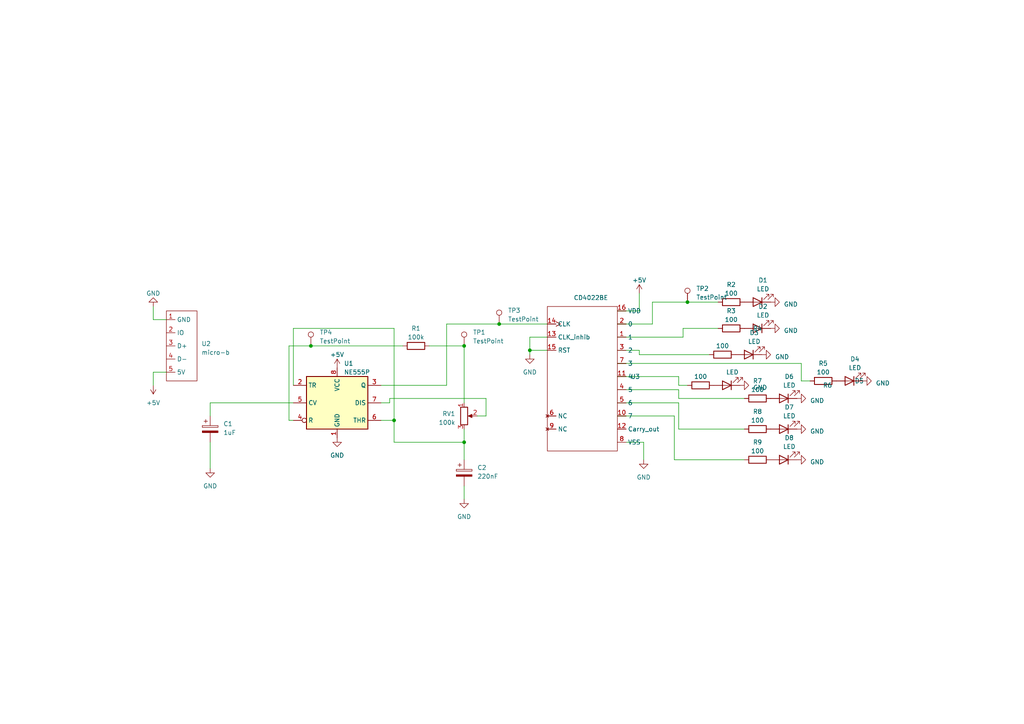
<source format=kicad_sch>
(kicad_sch (version 20230121) (generator eeschema)
  (paper "A4")
  (lib_symbols
    (symbol "CD4022:CD4022BE"
      (property "Reference" "U" (at -5.08 0 0))
      (property "Value" "CD4022BE" (at -5.08 2.54 0))
      (symbol "CD4022BE_0_1"
        (rectangle (start -15.24 -1.27) (end 5.08 -43.18))
      )
      (symbol "CD4022BE_1_1"
        (pin output line (at 5.08 -10.16 0) (length 2.54) (name "1") (number "1"))
        (pin output line (at 5.08 -33.02 0) (length 2.54) (name "7") (number "10"))
        (pin output line (at 5.08 -21.59 0) (length 2.54) (name "4") (number "11"))
        (pin output line (at 5.08 -36.83 0) (length 2.54) (name "Carry_out") (number "12"))
        (pin input line (at -15.24 -10.16 0) (length 2.54) (name "CLK_inhib") (number "13"))
        (pin input clock (at -15.24 -6.35 0) (length 2.54) (name "CLK") (number "14"))
        (pin input line (at -15.24 -13.97 0) (length 2.54) (name "RST") (number "15"))
        (pin power_in line (at 5.08 -2.54 0) (length 2.54) (name "VDD") (number "16"))
        (pin output line (at 5.08 -6.35 0) (length 2.54) (name "0") (number "2"))
        (pin output line (at 5.08 -13.97 0) (length 2.54) (name "2") (number "3"))
        (pin output line (at 5.08 -25.4 0) (length 2.54) (name "5") (number "4"))
        (pin output line (at 5.08 -29.21 0) (length 2.54) (name "6") (number "5"))
        (pin no_connect line (at -15.24 -33.02 0) (length 2.54) (name "NC") (number "6"))
        (pin output line (at 5.08 -17.78 0) (length 2.54) (name "3") (number "7"))
        (pin output line (at 5.08 -40.64 0) (length 2.54) (name "VSS") (number "8"))
        (pin no_connect line (at -15.24 -36.83 0) (length 2.54) (name "NC") (number "9"))
      )
    )
    (symbol "Connector:TestPoint" (pin_numbers hide) (pin_names (offset 0.762) hide)
      (property "Reference" "TP" (at 0 6.858 0))
      (property "Value" "TestPoint" (at 0 5.08 0))
      (symbol "TestPoint_0_1"
        (circle (center 0 3.302) (radius 0.762))
      )
      (symbol "TestPoint_1_1"
        (pin passive line (at 0 0 90) (length 2.54) (name "1") (number "1"))
      )
    )
    (symbol "Device:C_Polarized" (pin_numbers hide) (pin_names (offset 0.254))
      (property "Reference" "C" (at 0.635 2.54 0))
      (property "Value" "C_Polarized" (at 0.635 -2.54 0))
      (symbol "C_Polarized_0_1"
        (rectangle (start -2.286 0.508) (end 2.286 1.016))
        (polyline (pts (xy -1.778 2.286) (xy -0.762 2.286)))
        (polyline (pts (xy -1.27 2.794) (xy -1.27 1.778)))
        (rectangle (start 2.286 -0.508) (end -2.286 -1.016) (fill (type outline)))
      )
      (symbol "C_Polarized_1_1"
        (pin passive line (at 0 3.81 270) (length 2.794) (name "~") (number "1"))
        (pin passive line (at 0 -3.81 90) (length 2.794) (name "~") (number "2"))
      )
    )
    (symbol "Device:LED" (pin_numbers hide) (pin_names (offset 1.016) hide)
      (property "Reference" "D" (at 0 2.54 0))
      (property "Value" "LED" (at 0 -2.54 0))
      (symbol "LED_0_1"
        (polyline (pts (xy -1.27 -1.27) (xy -1.27 1.27)) (stroke (width 0.254)))
        (polyline (pts (xy -1.27 0) (xy 1.27 0)))
        (polyline (pts (xy 1.27 -1.27) (xy 1.27 1.27) (xy -1.27 0) (xy 1.27 -1.27)) (stroke (width 0.254)))
        (polyline (pts (xy -3.048 -0.762) (xy -4.572 -2.286) (xy -3.81 -2.286) (xy -4.572 -2.286) (xy -4.572 -1.524)))
        (polyline (pts (xy -1.778 -0.762) (xy -3.302 -2.286) (xy -2.54 -2.286) (xy -3.302 -2.286) (xy -3.302 -1.524)))
      )
      (symbol "LED_1_1"
        (pin passive line (at -3.81 0 0) (length 2.54) (name "K") (number "1"))
        (pin passive line (at 3.81 0 180) (length 2.54) (name "A") (number "2"))
      )
    )
    (symbol "Device:R" (pin_numbers hide) (pin_names (offset 0))
      (property "Reference" "R" (at 2.032 0 90))
      (property "Value" "R" (at 0 0 90))
      (symbol "R_0_1"
        (rectangle (start -1.016 -2.54) (end 1.016 2.54) (stroke (width 0.254)))
      )
      (symbol "R_1_1"
        (pin passive line (at 0 3.81 270) (length 1.27) (name "~") (number "1"))
        (pin passive line (at 0 -3.81 90) (length 1.27) (name "~") (number "2"))
      )
    )
    (symbol "Device:R_Potentiometer" (pin_names (offset 1.016) hide)
      (property "Reference" "RV" (at -4.445 0 90))
      (property "Value" "R_Potentiometer" (at -2.54 0 90))
      (symbol "R_Potentiometer_0_1"
        (polyline (pts (xy 2.54 0) (xy 1.524 0)))
        (polyline (pts (xy 1.143 0) (xy 2.286 0.508) (xy 2.286 -0.508) (xy 1.143 0)) (fill (type outline)))
        (rectangle (start 1.016 2.54) (end -1.016 -2.54) (stroke (width 0.254)))
      )
      (symbol "R_Potentiometer_1_1"
        (pin passive line (at 0 3.81 270) (length 1.27) (name "1") (number "1"))
        (pin passive line (at 3.81 0 180) (length 1.27) (name "2") (number "2"))
        (pin passive line (at 0 -3.81 90) (length 1.27) (name "3") (number "3"))
      )
    )
    (symbol "Timer:NE555P"
      (property "Reference" "U" (at -10.16 8.89 0))
      (property "Value" "NE555P" (at 2.54 8.89 0))
      (symbol "NE555P_0_0"
        (pin power_in line (at 0 -10.16 90) (length 2.54) (name "GND") (number "1"))
        (pin power_in line (at 0 10.16 270) (length 2.54) (name "VCC") (number "8"))
      )
      (symbol "NE555P_0_1"
        (rectangle (start -8.89 -7.62) (end 8.89 7.62) (stroke (width 0.254)) (fill (type background)))
        (rectangle (start -8.89 -7.62) (end 8.89 7.62) (stroke (width 0.254)) (fill (type background)))
      )
      (symbol "NE555P_1_1"
        (pin input line (at -12.7 5.08 0) (length 3.81) (name "TR") (number "2"))
        (pin output line (at 12.7 5.08 180) (length 3.81) (name "Q") (number "3"))
        (pin input inverted (at -12.7 -5.08 0) (length 3.81) (name "R") (number "4"))
        (pin input line (at -12.7 0 0) (length 3.81) (name "CV") (number "5"))
        (pin input line (at 12.7 -5.08 180) (length 3.81) (name "THR") (number "6"))
        (pin input line (at 12.7 0 180) (length 3.81) (name "DIS") (number "7"))
      )
    )
    (symbol "USB:micro-b"
      (property "Reference" "U" (at 0 0 0))
      (property "Value" "micro-b" (at 0 2.54 0))
      (symbol "micro-b_0_1"
        (rectangle (start -5.08 -2.54) (end 3.81 -22.86))
      )
      (symbol "micro-b_1_1"
        (pin power_out line (at -5.08 -5.08 0) (length 2.54) (name "GND") (number "1"))
        (pin bidirectional line (at -5.08 -8.89 0) (length 2.54) (name "IO") (number "2"))
        (pin bidirectional line (at -5.08 -12.7 0) (length 2.54) (name "D+") (number "3"))
        (pin bidirectional line (at -5.08 -16.51 0) (length 2.54) (name "D-") (number "4"))
        (pin power_out line (at -5.08 -20.32 0) (length 2.54) (name "5V") (number "5"))
      )
    )
    (symbol "power:+5V" (power) (pin_names (offset 0))
      (property "Value" "+5V" (at 0 3.556 0))
      (symbol "+5V_0_1"
        (polyline (pts (xy -0.762 1.27) (xy 0 2.54)))
        (polyline (pts (xy 0 0) (xy 0 2.54)))
        (polyline (pts (xy 0 2.54) (xy 0.762 1.27)))
      )
      (symbol "+5V_1_1"
        (pin power_in line (at 0 0 90) (length 0) hide (name "+5V") (number "1"))
      )
    )
    (symbol "power:GND" (power) (pin_names (offset 0))
      (property "Value" "GND" (at 0 -3.81 0))
      (symbol "GND_0_1"
        (polyline (pts (xy 0 0) (xy 0 -1.27) (xy 1.27 -1.27) (xy 0 -2.54) (xy -1.27 -1.27) (xy 0 -1.27)))
      )
      (symbol "GND_1_1"
        (pin power_in line (at 0 0 270) (length 0) hide (name "GND") (number "1"))
      )
    )
  )
  (junction (at 114.3 121.92))
  (junction (at 90.17 100.33))
  (junction (at 134.62 100.33))
  (junction (at 144.78 93.98))
  (junction (at 134.62 128.27))
  (junction (at 199.39 87.63))
  (junction (at 153.67 101.6))
  (wire (pts (xy 90.17 100.33) (xy 116.84 100.33)))
  (wire (pts (xy 83.82 121.92) (xy 85.09 121.92)))
  (wire (pts (xy 189.23 87.63) (xy 189.23 93.98)))
  (wire (pts (xy 195.58 133.35) (xy 195.58 120.65)))
  (wire (pts (xy 110.49 111.76) (xy 129.54 111.76)))
  (wire (pts (xy 189.23 87.63) (xy 199.39 87.63)))
  (wire (pts (xy 60.96 128.27) (xy 60.96 135.89)))
  (wire (pts (xy 153.67 102.87) (xy 153.67 101.6)))
  (wire (pts (xy 113.03 116.84) (xy 110.49 116.84)))
  (wire (pts (xy 44.45 107.95) (xy 48.26 107.95)))
  (wire (pts (xy 196.85 124.46) (xy 196.85 116.84)))
  (wire (pts (xy 198.12 97.79) (xy 179.07 97.79)))
  (wire (pts (xy 60.96 116.84) (xy 85.09 116.84)))
  (wire (pts (xy 60.96 120.65) (xy 60.96 116.84)))
  (wire (pts (xy 138.43 120.65) (xy 140.97 120.65)))
  (wire (pts (xy 113.03 115.57) (xy 113.03 116.84)))
  (wire (pts (xy 44.45 88.9) (xy 44.45 92.71)))
  (wire (pts (xy 179.07 90.17) (xy 185.42 90.17)))
  (wire (pts (xy 196.85 115.57) (xy 196.85 113.03)))
  (wire (pts (xy 198.12 95.25) (xy 198.12 97.79)))
  (wire (pts (xy 140.97 115.57) (xy 113.03 115.57)))
  (wire (pts (xy 134.62 100.33) (xy 134.62 116.84)))
  (wire (pts (xy 196.85 124.46) (xy 215.9 124.46)))
  (wire (pts (xy 179.07 128.27) (xy 186.69 128.27)))
  (wire (pts (xy 85.09 111.76) (xy 85.09 95.25)))
  (wire (pts (xy 134.62 140.97) (xy 134.62 144.78)))
  (wire (pts (xy 124.46 100.33) (xy 134.62 100.33)))
  (wire (pts (xy 195.58 133.35) (xy 215.9 133.35)))
  (wire (pts (xy 83.82 100.33) (xy 90.17 100.33)))
  (wire (pts (xy 195.58 120.65) (xy 179.07 120.65)))
  (wire (pts (xy 140.97 120.65) (xy 140.97 115.57)))
  (wire (pts (xy 185.42 102.87) (xy 205.74 102.87)))
  (wire (pts (xy 232.41 110.49) (xy 234.95 110.49)))
  (wire (pts (xy 185.42 101.6) (xy 179.07 101.6)))
  (wire (pts (xy 186.69 128.27) (xy 186.69 133.35)))
  (wire (pts (xy 196.85 111.76) (xy 196.85 109.22)))
  (wire (pts (xy 129.54 111.76) (xy 129.54 93.98)))
  (wire (pts (xy 196.85 109.22) (xy 179.07 109.22)))
  (wire (pts (xy 199.39 87.63) (xy 208.28 87.63)))
  (wire (pts (xy 153.67 97.79) (xy 158.75 97.79)))
  (wire (pts (xy 114.3 95.25) (xy 114.3 121.92)))
  (wire (pts (xy 232.41 110.49) (xy 232.41 105.41)))
  (wire (pts (xy 196.85 116.84) (xy 179.07 116.84)))
  (wire (pts (xy 134.62 133.35) (xy 134.62 128.27)))
  (wire (pts (xy 144.78 93.98) (xy 158.75 93.98)))
  (wire (pts (xy 185.42 102.87) (xy 185.42 101.6)))
  (wire (pts (xy 153.67 101.6) (xy 158.75 101.6)))
  (wire (pts (xy 189.23 93.98) (xy 179.07 93.98)))
  (wire (pts (xy 85.09 95.25) (xy 114.3 95.25)))
  (wire (pts (xy 153.67 101.6) (xy 153.67 97.79)))
  (wire (pts (xy 114.3 121.92) (xy 110.49 121.92)))
  (wire (pts (xy 44.45 107.95) (xy 44.45 111.76)))
  (wire (pts (xy 129.54 93.98) (xy 144.78 93.98)))
  (wire (pts (xy 134.62 128.27) (xy 114.3 128.27)))
  (wire (pts (xy 83.82 100.33) (xy 83.82 121.92)))
  (wire (pts (xy 196.85 113.03) (xy 179.07 113.03)))
  (wire (pts (xy 114.3 128.27) (xy 114.3 121.92)))
  (wire (pts (xy 196.85 111.76) (xy 199.39 111.76)))
  (wire (pts (xy 185.42 85.09) (xy 185.42 90.17)))
  (wire (pts (xy 232.41 105.41) (xy 179.07 105.41)))
  (wire (pts (xy 196.85 115.57) (xy 215.9 115.57)))
  (wire (pts (xy 44.45 92.71) (xy 48.26 92.71)))
  (wire (pts (xy 134.62 124.46) (xy 134.62 128.27)))
  (wire (pts (xy 198.12 95.25) (xy 208.28 95.25)))
  (symbol (lib_id "Timer:NE555P") (at 97.79 116.84 0) (unit 1)
    (property "Reference" "U1" (at 99.7459 105.41 0) (effects (justify left)))
    (property "Value" "NE555P" (at 99.7459 107.95 0) (effects (justify left)))
    (property "Footprint" "Package_DIP:DIP-8_W7.62mm" (effects hide))
    (property "Datasheet" "http://www.ti.com/lit/ds/symlink/ne555.pdf" (effects hide))
  )
  (symbol (lib_id "Device:R") (at 238.76 110.49 90) (unit 1)
    (property "Reference" "R5" (at 238.76 105.41 90))
    (property "Value" "100" (at 238.76 107.95 90))
    (property "Footprint" "Resistor_THT:R_Axial_DIN0414_L11.9mm_D4.5mm_P15.24mm_Horizontal" (effects hide))
  )
  (symbol (lib_id "power:GND") (at 97.79 127 0) (unit 1)
    (property "Reference" "#PWR02" (effects hide))
    (property "Value" "GND" (at 97.79 132.08 0))
  )
  (symbol (lib_id "power:GND") (at 60.96 135.89 0) (unit 1)
    (property "Reference" "#PWR01" (effects hide))
    (property "Value" "GND" (at 60.96 140.97 0))
  )
  (symbol (lib_id "Device:R") (at 212.09 95.25 90) (unit 1)
    (property "Reference" "R3" (at 212.09 90.17 90))
    (property "Value" "100" (at 212.09 92.71 90))
    (property "Footprint" "Resistor_THT:R_Axial_DIN0414_L11.9mm_D4.5mm_P15.24mm_Horizontal" (effects hide))
  )
  (symbol (lib_id "power:GND") (at 220.98 102.87 90) (unit 1)
    (property "Reference" "#PWR012" (effects hide))
    (property "Value" "GND" (at 224.79 103.505 90) (effects (justify right)))
  )
  (symbol (lib_id "power:GND") (at 44.45 88.9 180) (unit 1)
    (property "Reference" "#PWR04" (effects hide))
    (property "Value" "GND" (at 44.45 85.09 0))
  )
  (symbol (lib_id "Device:C_Polarized") (at 134.62 137.16 0) (unit 1)
    (property "Reference" "C2" (at 138.43 135.636 0) (effects (justify left)))
    (property "Value" "220nF" (at 138.43 138.176 0) (effects (justify left)))
    (property "Footprint" "Capacitor_THT:CP_Radial_D5.0mm_P2.00mm" (effects hide))
  )
  (symbol (lib_id "Device:LED") (at 219.71 95.25 180) (unit 1)
    (property "Reference" "D2" (at 221.2975 88.9 0))
    (property "Value" "LED" (at 221.2975 91.44 0))
    (property "Footprint" "LED_THT:LED_D5.0mm" (effects hide))
  )
  (symbol (lib_id "Device:R_Potentiometer") (at 134.62 120.65 0) (unit 1)
    (property "Reference" "RV1" (at 132.08 120.015 0) (effects (justify right)))
    (property "Value" "100k" (at 132.08 122.555 0) (effects (justify right)))
    (property "Footprint" "Potentiometer_THT:Potentiometer_Bourns_PTV09A-1_Single_Vertical" (effects hide))
  )
  (symbol (lib_id "Device:R") (at 212.09 87.63 90) (unit 1)
    (property "Reference" "R2" (at 212.09 82.55 90))
    (property "Value" "100" (at 212.09 85.09 90))
    (property "Footprint" "Resistor_THT:R_Axial_DIN0414_L11.9mm_D4.5mm_P15.24mm_Horizontal" (effects hide))
  )
  (symbol (lib_id "Device:LED") (at 227.33 124.46 180) (unit 1)
    (property "Reference" "D7" (at 228.9175 118.11 0))
    (property "Value" "LED" (at 228.9175 120.65 0))
    (property "Footprint" "LED_THT:LED_D5.0mm" (effects hide))
  )
  (symbol (lib_id "Device:R") (at 203.2 111.76 90) (unit 1)
    (property "Reference" "R6" (at 240.03 111.76 90))
    (property "Value" "100" (at 203.2 109.22 90))
    (property "Footprint" "Resistor_THT:R_Axial_DIN0414_L11.9mm_D4.5mm_P15.24mm_Horizontal" (effects hide))
  )
  (symbol (lib_id "power:+5V") (at 44.45 111.76 180) (unit 1)
    (property "Reference" "#PWR05" (effects hide))
    (property "Value" "+5V" (at 44.45 116.84 0))
  )
  (symbol (lib_id "Device:LED") (at 246.38 110.49 180) (unit 1)
    (property "Reference" "D4" (at 247.9675 104.14 0))
    (property "Value" "LED" (at 247.9675 106.68 0))
    (property "Footprint" "LED_THT:LED_D5.0mm" (effects hide))
  )
  (symbol (lib_id "Device:R") (at 120.65 100.33 90) (unit 1)
    (property "Reference" "R1" (at 120.65 95.25 90))
    (property "Value" "100k" (at 120.65 97.79 90))
    (property "Footprint" "Resistor_THT:R_Axial_DIN0207_L6.3mm_D2.5mm_P7.62mm_Horizontal" (effects hide))
  )
  (symbol (lib_id "power:GND") (at 186.69 133.35 0) (unit 1)
    (property "Reference" "#PWR09" (effects hide))
    (property "Value" "GND" (at 186.69 138.43 0))
  )
  (symbol (lib_id "power:GND") (at 153.67 102.87 0) (unit 1)
    (property "Reference" "#PWR07" (effects hide))
    (property "Value" "GND" (at 153.67 107.95 0))
  )
  (symbol (lib_id "power:GND") (at 250.19 110.49 90) (unit 1)
    (property "Reference" "#PWR013" (effects hide))
    (property "Value" "GND" (at 254 111.125 90) (effects (justify right)))
  )
  (symbol (lib_id "Device:LED") (at 210.82 111.76 180) (unit 1)
    (property "Reference" "D5" (at 249.2375 110.49 0))
    (property "Value" "LED" (at 212.4075 107.95 0))
    (property "Footprint" "LED_THT:LED_D5.0mm" (effects hide))
  )
  (symbol (lib_id "Connector:TestPoint") (at 199.39 87.63 0) (unit 1)
    (property "Reference" "TP2" (at 201.93 83.693 0) (effects (justify left)))
    (property "Value" "TestPoint" (at 201.93 86.233 0) (effects (justify left)))
    (property "Footprint" "TestPoint:TestPoint_THTPad_D1.5mm_Drill0.7mm" (effects hide))
  )
  (symbol (lib_id "power:GND") (at 231.14 124.46 90) (unit 1)
    (property "Reference" "#PWR016" (effects hide))
    (property "Value" "GND" (at 234.95 125.095 90) (effects (justify right)))
  )
  (symbol (lib_id "Connector:TestPoint") (at 90.17 100.33 0) (unit 1)
    (property "Reference" "TP4" (at 92.71 96.393 0) (effects (justify left)))
    (property "Value" "TestPoint" (at 92.71 98.933 0) (effects (justify left)))
    (property "Footprint" "TestPoint:TestPoint_THTPad_D1.5mm_Drill0.7mm" (effects hide))
  )
  (symbol (lib_id "Device:R") (at 219.71 124.46 90) (unit 1)
    (property "Reference" "R8" (at 219.71 119.38 90))
    (property "Value" "100" (at 219.71 121.92 90))
    (property "Footprint" "Resistor_THT:R_Axial_DIN0414_L11.9mm_D4.5mm_P15.24mm_Horizontal" (effects hide))
  )
  (symbol (lib_id "power:+5V") (at 97.79 106.68 0) (unit 1)
    (property "Reference" "#PWR06" (effects hide))
    (property "Value" "+5V" (at 97.79 102.87 0))
  )
  (symbol (lib_id "CD4022:CD4022BE") (at 173.99 87.63 0) (unit 1)
    (property "Reference" "U3" (at 182.88 109.22 0) (effects (justify left)))
    (property "Value" "CD4022BE" (at 166.37 86.36 0) (effects (justify left)))
    (property "Footprint" "Package_DIP:DIP-14_W7.62mm" (effects hide))
  )
  (symbol (lib_id "Connector:TestPoint") (at 144.78 93.98 0) (unit 1)
    (property "Reference" "TP3" (at 147.32 90.043 0) (effects (justify left)))
    (property "Value" "TestPoint" (at 147.32 92.583 0) (effects (justify left)))
    (property "Footprint" "TestPoint:TestPoint_THTPad_D1.5mm_Drill0.7mm" (effects hide))
  )
  (symbol (lib_id "power:GND") (at 134.62 144.78 0) (unit 1)
    (property "Reference" "#PWR03" (effects hide))
    (property "Value" "GND" (at 134.62 149.86 0))
  )
  (symbol (lib_id "power:GND") (at 214.63 111.76 90) (unit 1)
    (property "Reference" "#PWR014" (effects hide))
    (property "Value" "GND" (at 218.44 112.395 90) (effects (justify right)))
  )
  (symbol (lib_id "power:GND") (at 231.14 133.35 90) (unit 1)
    (property "Reference" "#PWR017" (effects hide))
    (property "Value" "GND" (at 234.95 133.985 90) (effects (justify right)))
  )
  (symbol (lib_id "Device:LED") (at 227.33 133.35 180) (unit 1)
    (property "Reference" "D8" (at 228.9175 127 0))
    (property "Value" "LED" (at 228.9175 129.54 0))
    (property "Footprint" "LED_THT:LED_D5.0mm" (effects hide))
  )
  (symbol (lib_id "Connector:TestPoint") (at 134.62 100.33 0) (unit 1)
    (property "Reference" "TP1" (at 137.16 96.393 0) (effects (justify left)))
    (property "Value" "TestPoint" (at 137.16 98.933 0) (effects (justify left)))
    (property "Footprint" "TestPoint:TestPoint_THTPad_D1.5mm_Drill0.7mm" (effects hide))
  )
  (symbol (lib_id "power:+5V") (at 185.42 85.09 0) (unit 1)
    (property "Reference" "#PWR08" (effects hide))
    (property "Value" "+5V" (at 185.42 81.28 0))
  )
  (symbol (lib_id "Device:LED") (at 217.17 102.87 180) (unit 1)
    (property "Reference" "D3" (at 218.7575 96.52 0))
    (property "Value" "LED" (at 218.7575 99.06 0))
    (property "Footprint" "LED_THT:LED_D5.0mm" (effects hide))
  )
  (symbol (lib_id "Device:C_Polarized") (at 60.96 124.46 0) (unit 1)
    (property "Reference" "C1" (at 64.77 122.936 0) (effects (justify left)))
    (property "Value" "1uF" (at 64.77 125.476 0) (effects (justify left)))
    (property "Footprint" "Capacitor_THT:CP_Radial_D5.0mm_P2.00mm" (effects hide))
  )
  (symbol (lib_id "Device:R") (at 219.71 133.35 90) (unit 1)
    (property "Reference" "R9" (at 219.71 128.27 90))
    (property "Value" "100" (at 219.71 130.81 90))
    (property "Footprint" "Resistor_THT:R_Axial_DIN0414_L11.9mm_D4.5mm_P15.24mm_Horizontal" (effects hide))
  )
  (symbol (lib_id "Device:LED") (at 219.71 87.63 180) (unit 1)
    (property "Reference" "D1" (at 221.2975 81.28 0))
    (property "Value" "LED" (at 221.2975 83.82 0))
    (property "Footprint" "LED_THT:LED_D5.0mm" (effects hide))
  )
  (symbol (lib_id "power:GND") (at 231.14 115.57 90) (unit 1)
    (property "Reference" "#PWR015" (effects hide))
    (property "Value" "GND" (at 234.95 116.205 90) (effects (justify right)))
  )
  (symbol (lib_id "Device:LED") (at 227.33 115.57 180) (unit 1)
    (property "Reference" "D6" (at 228.9175 109.22 0))
    (property "Value" "LED" (at 228.9175 111.76 0))
    (property "Footprint" "LED_THT:LED_D5.0mm" (effects hide))
  )
  (symbol (lib_id "USB:micro-b") (at 53.34 87.63 0) (unit 1)
    (property "Reference" "U2" (at 58.42 99.695 0) (effects (justify left)))
    (property "Value" "micro-b" (at 58.42 102.235 0) (effects (justify left)))
    (property "Footprint" "USB_breakout:micro-b_adafruit" (effects hide))
  )
  (symbol (lib_id "Device:R") (at 219.71 115.57 90) (unit 1)
    (property "Reference" "R7" (at 219.71 110.49 90))
    (property "Value" "100" (at 219.71 113.03 90))
    (property "Footprint" "Resistor_THT:R_Axial_DIN0414_L11.9mm_D4.5mm_P15.24mm_Horizontal" (effects hide))
  )
  (symbol (lib_id "Device:R") (at 209.55 102.87 90) (unit 1)
    (property "Reference" "R4" (at 219.71 95.25 90))
    (property "Value" "100" (at 209.55 100.33 90))
    (property "Footprint" "Resistor_THT:R_Axial_DIN0414_L11.9mm_D4.5mm_P15.24mm_Horizontal" (effects hide))
  )
  (symbol (lib_id "power:GND") (at 223.52 87.63 90) (unit 1)
    (property "Reference" "#PWR010" (effects hide))
    (property "Value" "GND" (at 227.33 88.265 90) (effects (justify right)))
  )
  (symbol (lib_id "power:GND") (at 223.52 95.25 90) (unit 1)
    (property "Reference" "#PWR011" (effects hide))
    (property "Value" "GND" (at 227.33 95.885 90) (effects (justify right)))
  )
)
</source>
